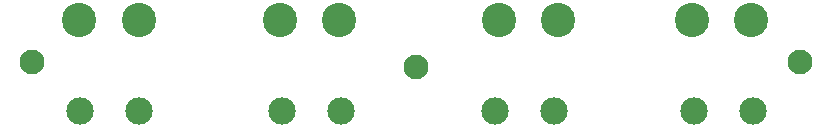
<source format=gts>
%TF.GenerationSoftware,KiCad,Pcbnew,9.0.4-9.0.4-0~ubuntu24.04.1*%
%TF.CreationDate,2025-09-24T17:28:50+03:00*%
%TF.ProjectId,Linear_actuator_MCU_Bridge_circuit,4c696e65-6172-45f6-9163-747561746f72,rev?*%
%TF.SameCoordinates,Original*%
%TF.FileFunction,Soldermask,Top*%
%TF.FilePolarity,Negative*%
%FSLAX46Y46*%
G04 Gerber Fmt 4.6, Leading zero omitted, Abs format (unit mm)*
G04 Created by KiCad (PCBNEW 9.0.4-9.0.4-0~ubuntu24.04.1) date 2025-09-24 17:28:50*
%MOMM*%
%LPD*%
G01*
G04 APERTURE LIST*
%ADD10C,2.904000*%
%ADD11C,2.312200*%
%ADD12C,2.100000*%
G04 APERTURE END LIST*
D10*
%TO.C,U1*%
X134424200Y-60840100D03*
X139424200Y-60840100D03*
%TD*%
D11*
%TO.C,J2*%
X117757200Y-68555500D03*
X122761000Y-68555500D03*
%TD*%
%TO.C,J3*%
X99757200Y-68555500D03*
X104761000Y-68555500D03*
%TD*%
D10*
%TO.C,U2*%
X118090700Y-60840100D03*
X123090700Y-60840100D03*
%TD*%
D12*
%TO.C,REF1*%
X143590700Y-64340100D03*
%TD*%
%TO.C,REF3*%
X78590700Y-64340100D03*
%TD*%
D10*
%TO.C,U4*%
X82590700Y-60840100D03*
X87590700Y-60840100D03*
%TD*%
D12*
%TO.C,REF2*%
X111090700Y-64840100D03*
%TD*%
D10*
%TO.C,U3*%
X99590700Y-60840100D03*
X104590700Y-60840100D03*
%TD*%
D11*
%TO.C,J4*%
X82608000Y-68555500D03*
X87611800Y-68555500D03*
%TD*%
%TO.C,J1*%
X134590700Y-68555500D03*
X139594500Y-68555500D03*
%TD*%
M02*

</source>
